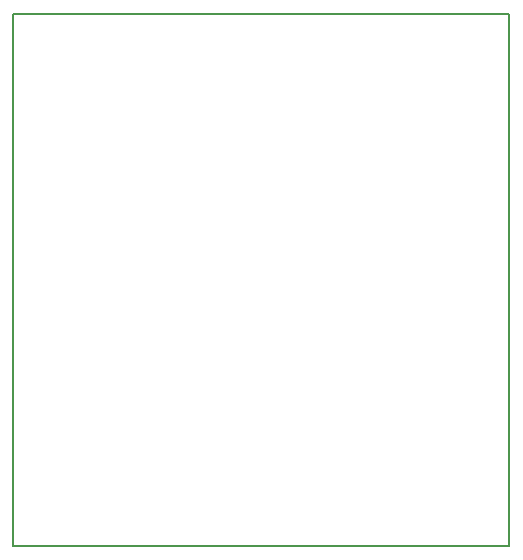
<source format=gm1>
G04 #@! TF.FileFunction,Profile,NP*
%FSLAX46Y46*%
G04 Gerber Fmt 4.6, Leading zero omitted, Abs format (unit mm)*
G04 Created by KiCad (PCBNEW 4.0.5+dfsg1-4) date Sat Dec 16 07:09:28 2017*
%MOMM*%
%LPD*%
G01*
G04 APERTURE LIST*
%ADD10C,0.100000*%
%ADD11C,0.150000*%
G04 APERTURE END LIST*
D10*
D11*
X195000000Y-69000000D02*
X195000000Y-114000000D01*
X153000000Y-114000000D02*
X153000000Y-69000000D01*
X195000000Y-114000000D02*
X153000000Y-114000000D01*
X195000000Y-69000000D02*
X153000000Y-69000000D01*
M02*

</source>
